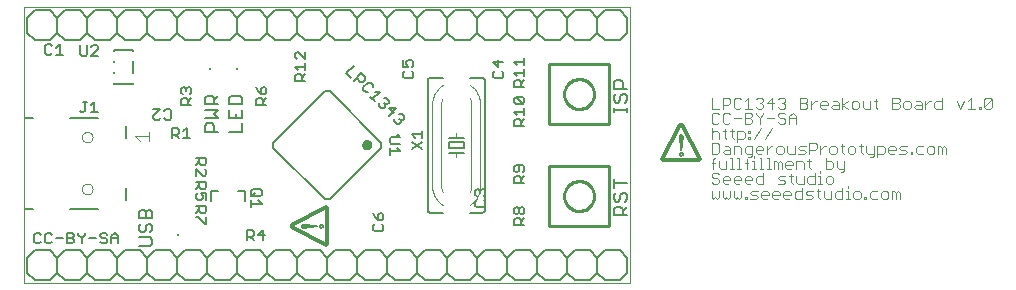
<source format=gto>
G75*
G70*
%OFA0B0*%
%FSLAX24Y24*%
%IPPOS*%
%LPD*%
%AMOC8*
5,1,8,0,0,1.08239X$1,22.5*
%
%ADD10C,0.0000*%
%ADD11C,0.0050*%
%ADD12R,0.0079X0.0079*%
%ADD13C,0.0080*%
%ADD14C,0.0086*%
%ADD15C,0.0060*%
%ADD16C,0.0079*%
%ADD17C,0.0157*%
%ADD18C,0.0020*%
%ADD19C,0.0040*%
%ADD20C,0.0120*%
%ADD21C,0.0030*%
D10*
X000350Y000158D02*
X000350Y009358D01*
X020550Y009358D01*
X020550Y000158D01*
X000350Y000158D01*
X002273Y003292D02*
X002275Y003318D01*
X002281Y003344D01*
X002291Y003369D01*
X002304Y003392D01*
X002320Y003412D01*
X002340Y003430D01*
X002362Y003445D01*
X002385Y003457D01*
X002411Y003465D01*
X002437Y003469D01*
X002463Y003469D01*
X002489Y003465D01*
X002515Y003457D01*
X002539Y003445D01*
X002560Y003430D01*
X002580Y003412D01*
X002596Y003392D01*
X002609Y003369D01*
X002619Y003344D01*
X002625Y003318D01*
X002627Y003292D01*
X002625Y003266D01*
X002619Y003240D01*
X002609Y003215D01*
X002596Y003192D01*
X002580Y003172D01*
X002560Y003154D01*
X002538Y003139D01*
X002515Y003127D01*
X002489Y003119D01*
X002463Y003115D01*
X002437Y003115D01*
X002411Y003119D01*
X002385Y003127D01*
X002361Y003139D01*
X002340Y003154D01*
X002320Y003172D01*
X002304Y003192D01*
X002291Y003215D01*
X002281Y003240D01*
X002275Y003266D01*
X002273Y003292D01*
X002273Y005024D02*
X002275Y005050D01*
X002281Y005076D01*
X002291Y005101D01*
X002304Y005124D01*
X002320Y005144D01*
X002340Y005162D01*
X002362Y005177D01*
X002385Y005189D01*
X002411Y005197D01*
X002437Y005201D01*
X002463Y005201D01*
X002489Y005197D01*
X002515Y005189D01*
X002539Y005177D01*
X002560Y005162D01*
X002580Y005144D01*
X002596Y005124D01*
X002609Y005101D01*
X002619Y005076D01*
X002625Y005050D01*
X002627Y005024D01*
X002625Y004998D01*
X002619Y004972D01*
X002609Y004947D01*
X002596Y004924D01*
X002580Y004904D01*
X002560Y004886D01*
X002538Y004871D01*
X002515Y004859D01*
X002489Y004851D01*
X002463Y004847D01*
X002437Y004847D01*
X002411Y004851D01*
X002385Y004859D01*
X002361Y004871D01*
X002340Y004886D01*
X002320Y004904D01*
X002304Y004924D01*
X002291Y004947D01*
X002281Y004972D01*
X002275Y004998D01*
X002273Y005024D01*
D11*
X003749Y005005D02*
X003749Y005398D01*
X004653Y005657D02*
X004711Y005599D01*
X004828Y005599D01*
X004886Y005657D01*
X005021Y005657D02*
X005079Y005599D01*
X005196Y005599D01*
X005255Y005657D01*
X005255Y005891D01*
X005196Y005949D01*
X005079Y005949D01*
X005021Y005891D01*
X004886Y005949D02*
X004653Y005716D01*
X004653Y005657D01*
X004653Y005949D02*
X004886Y005949D01*
X005574Y006083D02*
X005574Y006258D01*
X005633Y006317D01*
X005749Y006317D01*
X005808Y006258D01*
X005808Y006083D01*
X005925Y006083D02*
X005574Y006083D01*
X005808Y006200D02*
X005925Y006317D01*
X005866Y006451D02*
X005925Y006510D01*
X005925Y006627D01*
X005866Y006685D01*
X005808Y006685D01*
X005749Y006627D01*
X005749Y006568D01*
X005749Y006627D02*
X005691Y006685D01*
X005633Y006685D01*
X005574Y006627D01*
X005574Y006510D01*
X005633Y006451D01*
X008074Y006258D02*
X008074Y006083D01*
X008425Y006083D01*
X008308Y006083D02*
X008308Y006258D01*
X008249Y006317D01*
X008133Y006317D01*
X008074Y006258D01*
X008308Y006200D02*
X008425Y006317D01*
X008366Y006451D02*
X008425Y006510D01*
X008425Y006627D01*
X008366Y006685D01*
X008308Y006685D01*
X008249Y006627D01*
X008249Y006451D01*
X008366Y006451D01*
X008249Y006451D02*
X008133Y006568D01*
X008074Y006685D01*
X009374Y006883D02*
X009374Y007058D01*
X009433Y007117D01*
X009549Y007117D01*
X009608Y007058D01*
X009608Y006883D01*
X009725Y006883D02*
X009374Y006883D01*
X009608Y007000D02*
X009725Y007117D01*
X009725Y007251D02*
X009725Y007485D01*
X009725Y007368D02*
X009374Y007368D01*
X009491Y007251D01*
X009433Y007620D02*
X009374Y007678D01*
X009374Y007795D01*
X009433Y007853D01*
X009491Y007853D01*
X009725Y007620D01*
X009725Y007853D01*
X011085Y007158D02*
X011333Y007406D01*
X011085Y007158D02*
X011250Y006993D01*
X011345Y006898D02*
X011593Y007145D01*
X011717Y007021D01*
X011717Y006939D01*
X011634Y006856D01*
X011552Y006856D01*
X011428Y006980D01*
X011647Y006678D02*
X011812Y006844D01*
X011895Y006844D01*
X011977Y006761D01*
X011977Y006679D01*
X011730Y006513D02*
X011647Y006596D01*
X011647Y006678D01*
X011730Y006513D02*
X011812Y006513D01*
X011866Y006377D02*
X012031Y006212D01*
X011949Y006294D02*
X012196Y006542D01*
X012031Y006542D01*
X012333Y006323D02*
X012415Y006323D01*
X012498Y006240D01*
X012498Y006158D01*
X012457Y006116D01*
X012374Y006116D01*
X012374Y006034D01*
X012333Y005993D01*
X012250Y005993D01*
X012168Y006075D01*
X012168Y006158D01*
X012333Y006158D02*
X012374Y006116D01*
X012511Y005980D02*
X012676Y005815D01*
X012854Y005802D02*
X012936Y005802D01*
X013019Y005719D01*
X013019Y005637D01*
X012978Y005596D01*
X012895Y005596D01*
X012895Y005513D01*
X012854Y005472D01*
X012771Y005472D01*
X012689Y005554D01*
X012689Y005637D01*
X012854Y005637D02*
X012895Y005596D01*
X012511Y005732D02*
X012758Y005980D01*
X012511Y005980D01*
X013625Y005235D02*
X013625Y005001D01*
X013625Y005118D02*
X013274Y005118D01*
X013391Y005001D01*
X013274Y004867D02*
X013625Y004633D01*
X013625Y004867D02*
X013274Y004633D01*
X012877Y004545D02*
X012527Y004545D01*
X012527Y004661D02*
X012527Y004428D01*
X012761Y004661D02*
X012877Y004545D01*
X012877Y004796D02*
X012585Y004796D01*
X012527Y004855D01*
X012527Y004971D01*
X012585Y005030D01*
X012877Y005030D01*
X016674Y005383D02*
X016674Y005558D01*
X016733Y005617D01*
X016849Y005617D01*
X016908Y005558D01*
X016908Y005383D01*
X017025Y005383D02*
X016674Y005383D01*
X016908Y005500D02*
X017025Y005617D01*
X017025Y005751D02*
X017025Y005985D01*
X017025Y005868D02*
X016674Y005868D01*
X016791Y005751D01*
X016733Y006120D02*
X016674Y006178D01*
X016674Y006295D01*
X016733Y006353D01*
X016966Y006120D01*
X017025Y006178D01*
X017025Y006295D01*
X016966Y006353D01*
X016733Y006353D01*
X016733Y006120D02*
X016966Y006120D01*
X016908Y006683D02*
X016908Y006858D01*
X016849Y006917D01*
X016733Y006917D01*
X016674Y006858D01*
X016674Y006683D01*
X017025Y006683D01*
X016908Y006800D02*
X017025Y006917D01*
X017025Y007051D02*
X017025Y007285D01*
X017025Y007168D02*
X016674Y007168D01*
X016791Y007051D01*
X016325Y007041D02*
X016266Y006983D01*
X016033Y006983D01*
X015974Y007041D01*
X015974Y007158D01*
X016033Y007217D01*
X016266Y007217D02*
X016325Y007158D01*
X016325Y007041D01*
X016149Y007351D02*
X016149Y007585D01*
X015974Y007527D02*
X016149Y007351D01*
X016325Y007527D02*
X015974Y007527D01*
X016674Y007536D02*
X016791Y007420D01*
X016674Y007536D02*
X017025Y007536D01*
X017025Y007420D02*
X017025Y007653D01*
X013325Y007527D02*
X013325Y007410D01*
X013266Y007351D01*
X013149Y007351D02*
X013091Y007468D01*
X013091Y007527D01*
X013149Y007585D01*
X013266Y007585D01*
X013325Y007527D01*
X012974Y007585D02*
X012974Y007351D01*
X013149Y007351D01*
X013033Y007217D02*
X012974Y007158D01*
X012974Y007041D01*
X013033Y006983D01*
X013266Y006983D01*
X013325Y007041D01*
X013325Y007158D01*
X013266Y007217D01*
X005876Y004983D02*
X005643Y004983D01*
X005760Y004983D02*
X005760Y005333D01*
X005643Y005217D01*
X005508Y005275D02*
X005508Y005158D01*
X005450Y005100D01*
X005275Y005100D01*
X005391Y005100D02*
X005508Y004983D01*
X005275Y004983D02*
X005275Y005333D01*
X005450Y005333D01*
X005508Y005275D01*
X002824Y005674D02*
X001879Y005674D01*
X002200Y005907D02*
X002258Y005848D01*
X002317Y005848D01*
X002375Y005907D01*
X002375Y006199D01*
X002317Y006199D02*
X002433Y006199D01*
X002568Y006082D02*
X002685Y006199D01*
X002685Y005848D01*
X002568Y005848D02*
X002802Y005848D01*
X000658Y005674D02*
X000383Y005674D01*
X006075Y004333D02*
X006425Y004333D01*
X006425Y004158D01*
X006366Y004100D01*
X006250Y004100D01*
X006191Y004158D01*
X006191Y004333D01*
X006191Y004216D02*
X006075Y004100D01*
X006075Y003965D02*
X006308Y003731D01*
X006366Y003731D01*
X006425Y003790D01*
X006425Y003906D01*
X006366Y003965D01*
X006075Y003965D02*
X006075Y003731D01*
X006075Y003533D02*
X006425Y003533D01*
X006425Y003358D01*
X006366Y003300D01*
X006250Y003300D01*
X006191Y003358D01*
X006191Y003533D01*
X006191Y003416D02*
X006075Y003300D01*
X006133Y003165D02*
X006075Y003106D01*
X006075Y002990D01*
X006133Y002931D01*
X006250Y002931D01*
X006308Y002990D01*
X006308Y003048D01*
X006250Y003165D01*
X006425Y003165D01*
X006425Y002931D01*
X006425Y002733D02*
X006075Y002733D01*
X006191Y002733D02*
X006191Y002558D01*
X006250Y002500D01*
X006366Y002500D01*
X006425Y002558D01*
X006425Y002733D01*
X006191Y002616D02*
X006075Y002500D01*
X006075Y002365D02*
X006133Y002365D01*
X006366Y002131D01*
X006425Y002131D01*
X006425Y002365D01*
X007775Y001933D02*
X007950Y001933D01*
X008008Y001875D01*
X008008Y001758D01*
X007950Y001700D01*
X007775Y001700D01*
X007891Y001700D02*
X008008Y001583D01*
X007775Y001583D02*
X007775Y001933D01*
X008143Y001758D02*
X008376Y001758D01*
X008318Y001933D02*
X008143Y001758D01*
X008318Y001583D02*
X008318Y001933D01*
X009659Y002009D02*
X009659Y002107D01*
X010102Y002058D01*
X009659Y002009D01*
X009659Y002040D02*
X009936Y002040D01*
X009831Y002088D02*
X009659Y002088D01*
X009659Y002107D02*
X009646Y002105D01*
X009635Y002100D01*
X009624Y002093D01*
X009617Y002082D01*
X009612Y002071D01*
X009610Y002058D01*
X009612Y002045D01*
X009617Y002033D01*
X009624Y002023D01*
X009635Y002016D01*
X009646Y002011D01*
X009659Y002009D01*
X010201Y002058D02*
X010203Y002071D01*
X010208Y002083D01*
X010217Y002094D01*
X010227Y002102D01*
X010240Y002106D01*
X010253Y002107D01*
X010266Y002104D01*
X010278Y002098D01*
X010288Y002089D01*
X010295Y002078D01*
X010299Y002065D01*
X010299Y002051D01*
X010295Y002038D01*
X010288Y002027D01*
X010278Y002018D01*
X010266Y002012D01*
X010253Y002009D01*
X010240Y002010D01*
X010227Y002014D01*
X010217Y002022D01*
X010208Y002033D01*
X010203Y002045D01*
X010201Y002058D01*
X011974Y002058D02*
X011974Y001941D01*
X012033Y001883D01*
X012266Y001883D01*
X012325Y001941D01*
X012325Y002058D01*
X012266Y002117D01*
X012266Y002251D02*
X012149Y002251D01*
X012149Y002427D01*
X012208Y002485D01*
X012266Y002485D01*
X012325Y002427D01*
X012325Y002310D01*
X012266Y002251D01*
X012149Y002251D02*
X012033Y002368D01*
X011974Y002485D01*
X012033Y002117D02*
X011974Y002058D01*
X015374Y002741D02*
X015433Y002683D01*
X015666Y002683D01*
X015725Y002741D01*
X015725Y002858D01*
X015666Y002917D01*
X015433Y002917D02*
X015374Y002858D01*
X015374Y002741D01*
X015433Y003051D02*
X015374Y003110D01*
X015374Y003227D01*
X015433Y003285D01*
X015491Y003285D01*
X015549Y003227D01*
X015608Y003285D01*
X015666Y003285D01*
X015725Y003227D01*
X015725Y003110D01*
X015666Y003051D01*
X015549Y003168D02*
X015549Y003227D01*
X016674Y003483D02*
X016674Y003658D01*
X016733Y003717D01*
X016849Y003717D01*
X016908Y003658D01*
X016908Y003483D01*
X017025Y003483D02*
X016674Y003483D01*
X016908Y003600D02*
X017025Y003717D01*
X016966Y003851D02*
X017025Y003910D01*
X017025Y004027D01*
X016966Y004085D01*
X016733Y004085D01*
X016674Y004027D01*
X016674Y003910D01*
X016733Y003851D01*
X016791Y003851D01*
X016849Y003910D01*
X016849Y004085D01*
X016791Y002685D02*
X016849Y002627D01*
X016849Y002510D01*
X016791Y002451D01*
X016733Y002451D01*
X016674Y002510D01*
X016674Y002627D01*
X016733Y002685D01*
X016791Y002685D01*
X016849Y002627D02*
X016908Y002685D01*
X016966Y002685D01*
X017025Y002627D01*
X017025Y002510D01*
X016966Y002451D01*
X016908Y002451D01*
X016849Y002510D01*
X016849Y002317D02*
X016908Y002258D01*
X016908Y002083D01*
X017025Y002083D02*
X016674Y002083D01*
X016674Y002258D01*
X016733Y002317D01*
X016849Y002317D01*
X016908Y002200D02*
X017025Y002317D01*
X022201Y004458D02*
X022203Y004471D01*
X022208Y004483D01*
X022217Y004494D01*
X022227Y004502D01*
X022240Y004506D01*
X022253Y004507D01*
X022266Y004504D01*
X022278Y004498D01*
X022288Y004489D01*
X022295Y004478D01*
X022299Y004465D01*
X022299Y004451D01*
X022295Y004438D01*
X022288Y004427D01*
X022278Y004418D01*
X022266Y004412D01*
X022253Y004409D01*
X022240Y004410D01*
X022227Y004414D01*
X022217Y004422D01*
X022208Y004433D01*
X022203Y004445D01*
X022201Y004458D01*
X022250Y004606D02*
X022299Y005049D01*
X022200Y005049D01*
X022250Y004606D01*
X022249Y004612D02*
X022250Y004612D01*
X022244Y004661D02*
X022256Y004661D01*
X022261Y004710D02*
X022238Y004710D01*
X022233Y004758D02*
X022267Y004758D01*
X022272Y004807D02*
X022227Y004807D01*
X022222Y004855D02*
X022277Y004855D01*
X022283Y004904D02*
X022217Y004904D01*
X022211Y004952D02*
X022288Y004952D01*
X022294Y005001D02*
X022206Y005001D01*
X022201Y005049D02*
X022203Y005062D01*
X022208Y005073D01*
X022215Y005084D01*
X022226Y005091D01*
X022237Y005096D01*
X022250Y005098D01*
X022263Y005096D01*
X022275Y005091D01*
X022285Y005084D01*
X022292Y005073D01*
X022297Y005062D01*
X022299Y005049D01*
X008275Y003225D02*
X008275Y003108D01*
X008216Y003050D01*
X007983Y003050D01*
X007925Y003108D01*
X007925Y003225D01*
X007983Y003283D01*
X008216Y003283D01*
X008275Y003225D01*
X008041Y003166D02*
X007925Y003050D01*
X007925Y002915D02*
X007925Y002681D01*
X007925Y002798D02*
X008275Y002798D01*
X008158Y002915D01*
X003749Y002918D02*
X003749Y003312D01*
X002824Y002642D02*
X001879Y002642D01*
X000658Y002642D02*
X000383Y002642D01*
X000733Y001833D02*
X000675Y001775D01*
X000675Y001541D01*
X000733Y001483D01*
X000850Y001483D01*
X000908Y001541D01*
X001043Y001541D02*
X001101Y001483D01*
X001218Y001483D01*
X001276Y001541D01*
X001411Y001658D02*
X001645Y001658D01*
X001780Y001658D02*
X001955Y001658D01*
X002013Y001600D01*
X002013Y001541D01*
X001955Y001483D01*
X001780Y001483D01*
X001780Y001833D01*
X001955Y001833D01*
X002013Y001775D01*
X002013Y001717D01*
X001955Y001658D01*
X002148Y001775D02*
X002265Y001658D01*
X002265Y001483D01*
X002265Y001658D02*
X002381Y001775D01*
X002381Y001833D01*
X002148Y001833D02*
X002148Y001775D01*
X002516Y001658D02*
X002750Y001658D01*
X002884Y001717D02*
X002943Y001658D01*
X003060Y001658D01*
X003118Y001600D01*
X003118Y001541D01*
X003060Y001483D01*
X002943Y001483D01*
X002884Y001541D01*
X003253Y001483D02*
X003253Y001717D01*
X003369Y001833D01*
X003486Y001717D01*
X003486Y001483D01*
X003486Y001658D02*
X003253Y001658D01*
X003118Y001775D02*
X003060Y001833D01*
X002943Y001833D01*
X002884Y001775D01*
X002884Y001717D01*
X001276Y001775D02*
X001218Y001833D01*
X001101Y001833D01*
X001043Y001775D01*
X001043Y001541D01*
X000908Y001775D02*
X000850Y001833D01*
X000733Y001833D01*
X001103Y007767D02*
X001220Y007767D01*
X001278Y007825D01*
X001413Y007767D02*
X001646Y007767D01*
X001530Y007767D02*
X001530Y008117D01*
X001413Y008000D01*
X001278Y008059D02*
X001220Y008117D01*
X001103Y008117D01*
X001045Y008059D01*
X001045Y007825D01*
X001103Y007767D01*
X002225Y007791D02*
X002283Y007733D01*
X002400Y007733D01*
X002458Y007791D01*
X002458Y008083D01*
X002593Y008025D02*
X002651Y008083D01*
X002768Y008083D01*
X002826Y008025D01*
X002826Y007967D01*
X002593Y007733D01*
X002826Y007733D01*
X002225Y007791D02*
X002225Y008083D01*
D12*
X006550Y007297D03*
X007450Y007297D03*
X005489Y001758D03*
D13*
X004610Y001608D02*
X004610Y001468D01*
X004540Y001398D01*
X004189Y001398D01*
X004540Y001678D02*
X004610Y001608D01*
X004540Y001678D02*
X004189Y001678D01*
X004259Y001858D02*
X004329Y001858D01*
X004399Y001929D01*
X004399Y002069D01*
X004469Y002139D01*
X004540Y002139D01*
X004610Y002069D01*
X004610Y001929D01*
X004540Y001858D01*
X004259Y001858D02*
X004189Y001929D01*
X004189Y002069D01*
X004259Y002139D01*
X004189Y002319D02*
X004189Y002529D01*
X004259Y002599D01*
X004329Y002599D01*
X004399Y002529D01*
X004399Y002319D01*
X004189Y002319D02*
X004610Y002319D01*
X004610Y002529D01*
X004540Y002599D01*
X004469Y002599D01*
X004399Y002529D01*
X008640Y004675D02*
X010366Y002949D01*
X010533Y002949D01*
X012259Y004675D01*
X012259Y004842D01*
X010533Y006568D01*
X010366Y006568D01*
X008640Y004842D01*
X008640Y004675D01*
X007610Y005198D02*
X007189Y005198D01*
X007610Y005198D02*
X007610Y005478D01*
X007610Y005658D02*
X007189Y005658D01*
X007189Y005939D01*
X007610Y005939D02*
X007610Y005658D01*
X007399Y005658D02*
X007399Y005799D01*
X006810Y005939D02*
X006389Y005939D01*
X006669Y005799D02*
X006810Y005939D01*
X006810Y006119D02*
X006389Y006119D01*
X006389Y006329D01*
X006459Y006399D01*
X006599Y006399D01*
X006669Y006329D01*
X006669Y006119D01*
X006669Y006259D02*
X006810Y006399D01*
X007189Y006329D02*
X007189Y006119D01*
X007610Y006119D01*
X007610Y006329D01*
X007540Y006399D01*
X007259Y006399D01*
X007189Y006329D01*
X006669Y005799D02*
X006810Y005658D01*
X006389Y005658D01*
X006459Y005478D02*
X006599Y005478D01*
X006669Y005408D01*
X006669Y005198D01*
X006810Y005198D02*
X006389Y005198D01*
X006389Y005408D01*
X006459Y005478D01*
X020014Y005870D02*
X020014Y006011D01*
X020014Y005940D02*
X020435Y005940D01*
X020435Y005870D02*
X020435Y006011D01*
X020365Y006177D02*
X020435Y006247D01*
X020435Y006387D01*
X020365Y006458D01*
X020294Y006458D01*
X020224Y006387D01*
X020224Y006247D01*
X020154Y006177D01*
X020084Y006177D01*
X020014Y006247D01*
X020014Y006387D01*
X020084Y006458D01*
X020014Y006638D02*
X020014Y006848D01*
X020084Y006918D01*
X020224Y006918D01*
X020294Y006848D01*
X020294Y006638D01*
X020435Y006638D02*
X020014Y006638D01*
X020014Y003618D02*
X020014Y003338D01*
X020014Y003478D02*
X020435Y003478D01*
X020365Y003158D02*
X020294Y003158D01*
X020224Y003087D01*
X020224Y002947D01*
X020154Y002877D01*
X020084Y002877D01*
X020014Y002947D01*
X020014Y003087D01*
X020084Y003158D01*
X020365Y003158D02*
X020435Y003087D01*
X020435Y002947D01*
X020365Y002877D01*
X020435Y002697D02*
X020294Y002557D01*
X020294Y002627D02*
X020294Y002417D01*
X020435Y002417D02*
X020014Y002417D01*
X020014Y002627D01*
X020084Y002697D01*
X020224Y002697D01*
X020294Y002627D01*
D14*
X018350Y003058D02*
X018352Y003102D01*
X018358Y003146D01*
X018368Y003189D01*
X018381Y003231D01*
X018398Y003272D01*
X018419Y003311D01*
X018443Y003348D01*
X018470Y003383D01*
X018500Y003415D01*
X018533Y003445D01*
X018569Y003471D01*
X018606Y003495D01*
X018646Y003514D01*
X018687Y003531D01*
X018730Y003543D01*
X018773Y003552D01*
X018817Y003557D01*
X018861Y003558D01*
X018905Y003555D01*
X018949Y003548D01*
X018992Y003537D01*
X019034Y003523D01*
X019074Y003505D01*
X019113Y003483D01*
X019149Y003459D01*
X019183Y003431D01*
X019215Y003400D01*
X019244Y003366D01*
X019270Y003330D01*
X019292Y003292D01*
X019311Y003252D01*
X019326Y003210D01*
X019338Y003168D01*
X019346Y003124D01*
X019350Y003080D01*
X019350Y003036D01*
X019346Y002992D01*
X019338Y002948D01*
X019326Y002906D01*
X019311Y002864D01*
X019292Y002824D01*
X019270Y002786D01*
X019244Y002750D01*
X019215Y002716D01*
X019183Y002685D01*
X019149Y002657D01*
X019113Y002633D01*
X019074Y002611D01*
X019034Y002593D01*
X018992Y002579D01*
X018949Y002568D01*
X018905Y002561D01*
X018861Y002558D01*
X018817Y002559D01*
X018773Y002564D01*
X018730Y002573D01*
X018687Y002585D01*
X018646Y002602D01*
X018606Y002621D01*
X018569Y002645D01*
X018533Y002671D01*
X018500Y002701D01*
X018470Y002733D01*
X018443Y002768D01*
X018419Y002805D01*
X018398Y002844D01*
X018381Y002885D01*
X018368Y002927D01*
X018358Y002970D01*
X018352Y003014D01*
X018350Y003058D01*
X017850Y002058D02*
X017850Y004058D01*
X019850Y004058D01*
X019850Y002058D01*
X017850Y002058D01*
X017850Y005458D02*
X017850Y007458D01*
X019850Y007458D01*
X019850Y005458D01*
X017850Y005458D01*
X018350Y006458D02*
X018352Y006502D01*
X018358Y006546D01*
X018368Y006589D01*
X018381Y006631D01*
X018398Y006672D01*
X018419Y006711D01*
X018443Y006748D01*
X018470Y006783D01*
X018500Y006815D01*
X018533Y006845D01*
X018569Y006871D01*
X018606Y006895D01*
X018646Y006914D01*
X018687Y006931D01*
X018730Y006943D01*
X018773Y006952D01*
X018817Y006957D01*
X018861Y006958D01*
X018905Y006955D01*
X018949Y006948D01*
X018992Y006937D01*
X019034Y006923D01*
X019074Y006905D01*
X019113Y006883D01*
X019149Y006859D01*
X019183Y006831D01*
X019215Y006800D01*
X019244Y006766D01*
X019270Y006730D01*
X019292Y006692D01*
X019311Y006652D01*
X019326Y006610D01*
X019338Y006568D01*
X019346Y006524D01*
X019350Y006480D01*
X019350Y006436D01*
X019346Y006392D01*
X019338Y006348D01*
X019326Y006306D01*
X019311Y006264D01*
X019292Y006224D01*
X019270Y006186D01*
X019244Y006150D01*
X019215Y006116D01*
X019183Y006085D01*
X019149Y006057D01*
X019113Y006033D01*
X019074Y006011D01*
X019034Y005993D01*
X018992Y005979D01*
X018949Y005968D01*
X018905Y005961D01*
X018861Y005958D01*
X018817Y005959D01*
X018773Y005964D01*
X018730Y005973D01*
X018687Y005985D01*
X018646Y006002D01*
X018606Y006021D01*
X018569Y006045D01*
X018533Y006071D01*
X018500Y006101D01*
X018470Y006133D01*
X018443Y006168D01*
X018419Y006205D01*
X018398Y006244D01*
X018381Y006285D01*
X018368Y006327D01*
X018358Y006370D01*
X018352Y006414D01*
X018350Y006458D01*
D15*
X015700Y006908D02*
X015700Y002608D01*
X015698Y002591D01*
X015694Y002574D01*
X015687Y002558D01*
X015677Y002544D01*
X015664Y002531D01*
X015650Y002521D01*
X015634Y002514D01*
X015617Y002510D01*
X015600Y002508D01*
X015200Y002508D01*
X014300Y002508D02*
X013900Y002508D01*
X013883Y002510D01*
X013866Y002514D01*
X013850Y002521D01*
X013836Y002531D01*
X013823Y002544D01*
X013813Y002558D01*
X013806Y002574D01*
X013802Y002591D01*
X013800Y002608D01*
X013800Y006908D01*
X013802Y006925D01*
X013806Y006942D01*
X013813Y006958D01*
X013823Y006972D01*
X013836Y006985D01*
X013850Y006995D01*
X013866Y007002D01*
X013883Y007006D01*
X013900Y007008D01*
X014300Y007008D01*
X015200Y007008D02*
X015600Y007008D01*
X015617Y007006D01*
X015634Y007002D01*
X015650Y006995D01*
X015664Y006985D01*
X015677Y006972D01*
X015687Y006958D01*
X015694Y006942D01*
X015698Y006925D01*
X015700Y006908D01*
X015700Y008258D02*
X016200Y008258D01*
X016450Y008508D01*
X016700Y008258D01*
X017200Y008258D01*
X017450Y008508D01*
X017450Y009008D01*
X017200Y009258D01*
X016700Y009258D01*
X016450Y009008D01*
X016450Y008508D01*
X015700Y008258D02*
X015450Y008508D01*
X015200Y008258D01*
X014700Y008258D01*
X014450Y008508D01*
X014200Y008258D01*
X013700Y008258D01*
X013450Y008508D01*
X013200Y008258D01*
X012700Y008258D01*
X012450Y008508D01*
X012200Y008258D01*
X011700Y008258D01*
X011450Y008508D01*
X011200Y008258D01*
X010700Y008258D01*
X010450Y008508D01*
X010200Y008258D01*
X009700Y008258D01*
X009450Y008508D01*
X009200Y008258D01*
X008700Y008258D01*
X008450Y008508D01*
X008200Y008258D01*
X007700Y008258D01*
X007450Y008508D01*
X007200Y008258D01*
X006700Y008258D01*
X006450Y008508D01*
X006200Y008258D01*
X005700Y008258D01*
X005450Y008508D01*
X005200Y008258D01*
X004700Y008258D01*
X004450Y008508D01*
X004200Y008258D01*
X003700Y008258D01*
X003450Y008508D01*
X003200Y008258D01*
X002700Y008258D01*
X002450Y008508D01*
X002200Y008258D01*
X001700Y008258D01*
X001450Y008508D01*
X001200Y008258D01*
X000700Y008258D01*
X000450Y008508D01*
X000450Y009008D01*
X000700Y009258D01*
X001200Y009258D01*
X001450Y009008D01*
X001700Y009258D01*
X002200Y009258D01*
X002450Y009008D01*
X002450Y008508D01*
X001450Y008508D02*
X001450Y009008D01*
X002450Y009008D02*
X002700Y009258D01*
X003200Y009258D01*
X003450Y009008D01*
X003700Y009258D01*
X004200Y009258D01*
X004450Y009008D01*
X004700Y009258D01*
X005200Y009258D01*
X005450Y009008D01*
X005450Y008508D01*
X006450Y008508D02*
X006450Y009008D01*
X006700Y009258D01*
X007200Y009258D01*
X007450Y009008D01*
X007700Y009258D01*
X008200Y009258D01*
X008450Y009008D01*
X008450Y008508D01*
X009450Y008508D02*
X009450Y009008D01*
X009700Y009258D01*
X010200Y009258D01*
X010450Y009008D01*
X010700Y009258D01*
X011200Y009258D01*
X011450Y009008D01*
X011450Y008508D01*
X012450Y008508D02*
X012450Y009008D01*
X012700Y009258D01*
X013200Y009258D01*
X013450Y009008D01*
X013700Y009258D01*
X014200Y009258D01*
X014450Y009008D01*
X014450Y008508D01*
X015450Y008508D02*
X015450Y009008D01*
X015700Y009258D01*
X016200Y009258D01*
X016450Y009008D01*
X017450Y009008D02*
X017700Y009258D01*
X018200Y009258D01*
X018450Y009008D01*
X018700Y009258D01*
X019200Y009258D01*
X019450Y009008D01*
X019700Y009258D01*
X020200Y009258D01*
X020450Y009008D01*
X020450Y008508D01*
X020200Y008258D01*
X019700Y008258D01*
X019450Y008508D01*
X019200Y008258D01*
X018700Y008258D01*
X018450Y008508D01*
X018200Y008258D01*
X017700Y008258D01*
X017450Y008508D01*
X018450Y008508D02*
X018450Y009008D01*
X019450Y009008D02*
X019450Y008508D01*
X015450Y009008D02*
X015200Y009258D01*
X014700Y009258D01*
X014450Y009008D01*
X013450Y009008D02*
X013450Y008508D01*
X012450Y009008D02*
X012200Y009258D01*
X011700Y009258D01*
X011450Y009008D01*
X010450Y009008D02*
X010450Y008508D01*
X009450Y009008D02*
X009200Y009258D01*
X008700Y009258D01*
X008450Y009008D01*
X007450Y009008D02*
X007450Y008508D01*
X006450Y009008D02*
X006200Y009258D01*
X005700Y009258D01*
X005450Y009008D01*
X004450Y009008D02*
X004450Y008508D01*
X003450Y008508D02*
X003450Y009008D01*
X003331Y007918D02*
X003331Y007881D01*
X003331Y007918D02*
X003969Y007918D01*
X003969Y007881D01*
X003969Y007564D02*
X003969Y007153D01*
X003331Y007153D02*
X003331Y007190D01*
X003331Y007527D02*
X003331Y007564D01*
X003331Y006835D02*
X003331Y006798D01*
X003969Y006798D01*
X003969Y006835D01*
X014500Y005008D02*
X014750Y005008D01*
X015000Y005008D01*
X015000Y004858D02*
X014500Y004858D01*
X014500Y004658D01*
X015000Y004658D01*
X015000Y004858D01*
X015000Y004508D02*
X014750Y004508D01*
X014500Y004508D01*
X007710Y003218D02*
X007710Y002898D01*
X007710Y003218D02*
X007490Y003218D01*
X006810Y003218D02*
X006590Y003218D01*
X006590Y002898D01*
X006700Y001258D02*
X006450Y001008D01*
X006450Y000508D01*
X006700Y000258D01*
X007200Y000258D01*
X007450Y000508D01*
X007700Y000258D01*
X008200Y000258D01*
X008450Y000508D01*
X008450Y001008D01*
X008200Y001258D01*
X007700Y001258D01*
X007450Y001008D01*
X007450Y000508D01*
X006450Y000508D02*
X006200Y000258D01*
X005700Y000258D01*
X005450Y000508D01*
X005200Y000258D01*
X004700Y000258D01*
X004450Y000508D01*
X004200Y000258D01*
X003700Y000258D01*
X003450Y000508D01*
X003200Y000258D01*
X002700Y000258D01*
X002450Y000508D01*
X002200Y000258D01*
X001700Y000258D01*
X001450Y000508D01*
X001200Y000258D01*
X000700Y000258D01*
X000450Y000508D01*
X000450Y001008D01*
X000700Y001258D01*
X001200Y001258D01*
X001450Y001008D01*
X001700Y001258D01*
X002200Y001258D01*
X002450Y001008D01*
X002450Y000508D01*
X001450Y000508D02*
X001450Y001008D01*
X002450Y001008D02*
X002700Y001258D01*
X003200Y001258D01*
X003450Y001008D01*
X003700Y001258D01*
X004200Y001258D01*
X004450Y001008D01*
X004700Y001258D01*
X005200Y001258D01*
X005450Y001008D01*
X005450Y000508D01*
X004450Y000508D02*
X004450Y001008D01*
X005450Y001008D02*
X005700Y001258D01*
X006200Y001258D01*
X006450Y001008D01*
X006700Y001258D02*
X007200Y001258D01*
X007450Y001008D01*
X008450Y001008D02*
X008700Y001258D01*
X009200Y001258D01*
X009450Y001008D01*
X009700Y001258D01*
X010200Y001258D01*
X010450Y001008D01*
X010700Y001258D01*
X011200Y001258D01*
X011450Y001008D01*
X011450Y000508D01*
X011200Y000258D01*
X010700Y000258D01*
X010450Y000508D01*
X010200Y000258D01*
X009700Y000258D01*
X009450Y000508D01*
X009200Y000258D01*
X008700Y000258D01*
X008450Y000508D01*
X009450Y000508D02*
X009450Y001008D01*
X010450Y001008D02*
X010450Y000508D01*
X011450Y000508D02*
X011700Y000258D01*
X012200Y000258D01*
X012450Y000508D01*
X012700Y000258D01*
X013200Y000258D01*
X013450Y000508D01*
X013700Y000258D01*
X014200Y000258D01*
X014450Y000508D01*
X014450Y001008D01*
X014200Y001258D01*
X013700Y001258D01*
X013450Y001008D01*
X013450Y000508D01*
X014450Y000508D02*
X014700Y000258D01*
X015200Y000258D01*
X015450Y000508D01*
X015700Y000258D01*
X016200Y000258D01*
X016450Y000508D01*
X016700Y000258D01*
X017200Y000258D01*
X017450Y000508D01*
X017450Y001008D01*
X017200Y001258D01*
X016700Y001258D01*
X016450Y001008D01*
X016450Y000508D01*
X017450Y000508D02*
X017700Y000258D01*
X018200Y000258D01*
X018450Y000508D01*
X018700Y000258D01*
X019200Y000258D01*
X019450Y000508D01*
X019700Y000258D01*
X020200Y000258D01*
X020450Y000508D01*
X020450Y001008D01*
X020200Y001258D01*
X019700Y001258D01*
X019450Y001008D01*
X019450Y000508D01*
X018450Y000508D02*
X018450Y001008D01*
X018700Y001258D01*
X019200Y001258D01*
X019450Y001008D01*
X018450Y001008D02*
X018200Y001258D01*
X017700Y001258D01*
X017450Y001008D01*
X016450Y001008D02*
X016200Y001258D01*
X015700Y001258D01*
X015450Y001008D01*
X015450Y000508D01*
X015450Y001008D02*
X015200Y001258D01*
X014700Y001258D01*
X014450Y001008D01*
X013450Y001008D02*
X013200Y001258D01*
X012700Y001258D01*
X012450Y001008D01*
X012450Y000508D01*
X012450Y001008D02*
X012200Y001258D01*
X011700Y001258D01*
X011450Y001008D01*
X003450Y001008D02*
X003450Y000508D01*
D16*
X012778Y005063D02*
X012780Y005075D01*
X012785Y005086D01*
X012794Y005095D01*
X012805Y005100D01*
X012817Y005102D01*
X012829Y005100D01*
X012840Y005095D01*
X012849Y005086D01*
X012854Y005075D01*
X012856Y005063D01*
X012854Y005051D01*
X012849Y005040D01*
X012840Y005031D01*
X012829Y005026D01*
X012817Y005024D01*
X012805Y005026D01*
X012794Y005031D01*
X012785Y005040D01*
X012780Y005051D01*
X012778Y005063D01*
D17*
X011693Y004772D02*
X011695Y004790D01*
X011701Y004806D01*
X011710Y004821D01*
X011723Y004834D01*
X011738Y004843D01*
X011754Y004849D01*
X011772Y004851D01*
X011790Y004849D01*
X011806Y004843D01*
X011821Y004834D01*
X011834Y004821D01*
X011843Y004806D01*
X011849Y004790D01*
X011851Y004772D01*
X011849Y004754D01*
X011843Y004738D01*
X011834Y004723D01*
X011821Y004710D01*
X011806Y004701D01*
X011790Y004695D01*
X011772Y004693D01*
X011754Y004695D01*
X011738Y004701D01*
X011723Y004710D01*
X011710Y004723D01*
X011701Y004738D01*
X011695Y004754D01*
X011693Y004772D01*
D18*
X014750Y005008D02*
X014750Y005158D01*
X014750Y004508D02*
X014750Y004358D01*
X013950Y003408D02*
X013952Y003352D01*
X013958Y003297D01*
X013967Y003242D01*
X013981Y003188D01*
X013998Y003135D01*
X014019Y003084D01*
X014043Y003034D01*
X014071Y002986D01*
X014102Y002939D01*
X014136Y002895D01*
X014173Y002854D01*
X014213Y002815D01*
X014255Y002779D01*
X014300Y002747D01*
X014250Y003408D02*
X014250Y006108D01*
X013950Y006108D02*
X013950Y003408D01*
X014250Y003408D02*
X014251Y003370D01*
X014256Y003333D01*
X014263Y003296D01*
X014272Y003260D01*
X014285Y003224D01*
X014300Y003190D01*
X015200Y003190D02*
X015215Y003224D01*
X015228Y003260D01*
X015237Y003296D01*
X015244Y003333D01*
X015249Y003370D01*
X015250Y003408D01*
X015250Y006108D01*
X015550Y006108D02*
X015550Y003408D01*
X015548Y003352D01*
X015542Y003297D01*
X015533Y003242D01*
X015519Y003188D01*
X015502Y003135D01*
X015481Y003084D01*
X015457Y003034D01*
X015429Y002986D01*
X015398Y002939D01*
X015364Y002896D01*
X015327Y002854D01*
X015287Y002815D01*
X015245Y002779D01*
X015200Y002747D01*
X015550Y006108D02*
X015548Y006164D01*
X015542Y006219D01*
X015533Y006274D01*
X015519Y006328D01*
X015502Y006381D01*
X015481Y006432D01*
X015457Y006482D01*
X015429Y006530D01*
X015398Y006577D01*
X015364Y006621D01*
X015327Y006662D01*
X015287Y006701D01*
X015245Y006737D01*
X015200Y006769D01*
X014300Y006326D02*
X014285Y006292D01*
X014272Y006256D01*
X014263Y006220D01*
X014256Y006183D01*
X014251Y006146D01*
X014250Y006108D01*
X015200Y006326D02*
X015215Y006292D01*
X015228Y006256D01*
X015237Y006220D01*
X015244Y006183D01*
X015249Y006146D01*
X015250Y006108D01*
X014300Y006769D02*
X014255Y006737D01*
X014213Y006701D01*
X014173Y006662D01*
X014136Y006620D01*
X014102Y006577D01*
X014071Y006530D01*
X014043Y006482D01*
X014019Y006432D01*
X013998Y006381D01*
X013981Y006328D01*
X013967Y006274D01*
X013958Y006219D01*
X013952Y006164D01*
X013950Y006108D01*
D19*
X004504Y005206D02*
X004504Y004899D01*
X004198Y004899D02*
X004044Y005052D01*
X004504Y005052D01*
D20*
X009265Y002083D02*
X010397Y002698D01*
X010446Y002649D01*
X010446Y001468D01*
X010397Y001418D01*
X009265Y002034D01*
X009265Y002083D01*
X021610Y004310D02*
X021659Y004261D01*
X022840Y004261D01*
X022889Y004310D01*
X022274Y005442D01*
X022225Y005442D01*
X021610Y004310D01*
D21*
X023265Y004158D02*
X023388Y004158D01*
X023510Y004220D02*
X023510Y004035D01*
X023572Y003973D01*
X023757Y003973D01*
X023757Y004220D01*
X023878Y004343D02*
X023940Y004343D01*
X023940Y003973D01*
X023878Y003973D02*
X024002Y003973D01*
X024124Y003973D02*
X024247Y003973D01*
X024186Y003973D02*
X024186Y004343D01*
X024124Y004343D01*
X024431Y004282D02*
X024493Y004343D01*
X024493Y004350D02*
X024555Y004350D01*
X024616Y004411D01*
X024616Y004720D01*
X024431Y004720D01*
X024370Y004658D01*
X024370Y004535D01*
X024431Y004473D01*
X024616Y004473D01*
X024677Y004405D02*
X024677Y004343D01*
X024677Y004220D02*
X024677Y003973D01*
X024738Y003973D02*
X024615Y003973D01*
X024431Y003973D02*
X024431Y004282D01*
X024615Y004220D02*
X024677Y004220D01*
X024493Y004158D02*
X024369Y004158D01*
X024860Y003973D02*
X024984Y003973D01*
X024922Y003973D02*
X024922Y004343D01*
X024860Y004343D01*
X025106Y004343D02*
X025168Y004343D01*
X025168Y003973D01*
X025229Y003973D02*
X025106Y003973D01*
X024985Y003843D02*
X024985Y003473D01*
X024800Y003473D01*
X024738Y003535D01*
X024738Y003658D01*
X024800Y003720D01*
X024985Y003720D01*
X024616Y003658D02*
X024616Y003597D01*
X024370Y003597D01*
X024370Y003658D02*
X024370Y003535D01*
X024431Y003473D01*
X024555Y003473D01*
X024248Y003597D02*
X024001Y003597D01*
X024001Y003658D02*
X024001Y003535D01*
X024063Y003473D01*
X024186Y003473D01*
X024248Y003597D02*
X024248Y003658D01*
X024186Y003720D01*
X024063Y003720D01*
X024001Y003658D01*
X023880Y003658D02*
X023880Y003597D01*
X023633Y003597D01*
X023633Y003658D02*
X023633Y003535D01*
X023695Y003473D01*
X023818Y003473D01*
X023511Y003535D02*
X023450Y003473D01*
X023326Y003473D01*
X023265Y003535D01*
X023326Y003658D02*
X023450Y003658D01*
X023511Y003597D01*
X023511Y003535D01*
X023633Y003658D02*
X023695Y003720D01*
X023818Y003720D01*
X023880Y003658D01*
X023511Y003782D02*
X023450Y003843D01*
X023326Y003843D01*
X023265Y003782D01*
X023265Y003720D01*
X023326Y003658D01*
X023326Y003973D02*
X023326Y004282D01*
X023388Y004343D01*
X023450Y004473D02*
X023265Y004473D01*
X023265Y004843D01*
X023450Y004843D01*
X023511Y004782D01*
X023511Y004535D01*
X023450Y004473D01*
X023633Y004535D02*
X023695Y004597D01*
X023880Y004597D01*
X023880Y004658D02*
X023880Y004473D01*
X023695Y004473D01*
X023633Y004535D01*
X023818Y004720D02*
X023880Y004658D01*
X023818Y004720D02*
X023695Y004720D01*
X024001Y004720D02*
X024186Y004720D01*
X024248Y004658D01*
X024248Y004473D01*
X024001Y004473D02*
X024001Y004720D01*
X024124Y004850D02*
X024124Y005220D01*
X024309Y005220D01*
X024371Y005158D01*
X024371Y005035D01*
X024309Y004973D01*
X024124Y004973D01*
X024002Y004973D02*
X023940Y005035D01*
X023940Y005282D01*
X023878Y005220D02*
X024002Y005220D01*
X023756Y005220D02*
X023633Y005220D01*
X023695Y005282D02*
X023695Y005035D01*
X023756Y004973D01*
X023511Y004973D02*
X023511Y005158D01*
X023450Y005220D01*
X023326Y005220D01*
X023265Y005158D01*
X023265Y005343D02*
X023265Y004973D01*
X024492Y004973D02*
X024492Y005035D01*
X024554Y005035D01*
X024554Y004973D01*
X024492Y004973D01*
X024676Y004973D02*
X024923Y005343D01*
X024861Y005473D02*
X024861Y005658D01*
X024985Y005782D01*
X024985Y005843D01*
X024923Y005973D02*
X024800Y005973D01*
X024738Y006035D01*
X024616Y005973D02*
X024370Y005973D01*
X024493Y005973D02*
X024493Y006343D01*
X024370Y006220D01*
X024248Y006282D02*
X024186Y006343D01*
X024063Y006343D01*
X024001Y006282D01*
X024001Y006035D01*
X024063Y005973D01*
X024186Y005973D01*
X024248Y006035D01*
X023880Y006158D02*
X023818Y006097D01*
X023633Y006097D01*
X023880Y006158D02*
X023880Y006282D01*
X023818Y006343D01*
X023633Y006343D01*
X023633Y005973D01*
X023511Y005973D02*
X023265Y005973D01*
X023265Y006343D01*
X023326Y005843D02*
X023265Y005782D01*
X023265Y005535D01*
X023326Y005473D01*
X023450Y005473D01*
X023511Y005535D01*
X023633Y005535D02*
X023695Y005473D01*
X023818Y005473D01*
X023880Y005535D01*
X024001Y005658D02*
X024248Y005658D01*
X024370Y005658D02*
X024555Y005658D01*
X024616Y005597D01*
X024616Y005535D01*
X024555Y005473D01*
X024370Y005473D01*
X024370Y005843D01*
X024555Y005843D01*
X024616Y005782D01*
X024616Y005720D01*
X024555Y005658D01*
X024738Y005782D02*
X024861Y005658D01*
X024738Y005782D02*
X024738Y005843D01*
X024923Y005973D02*
X024985Y006035D01*
X024985Y006097D01*
X024923Y006158D01*
X024861Y006158D01*
X024923Y006158D02*
X024985Y006220D01*
X024985Y006282D01*
X024923Y006343D01*
X024800Y006343D01*
X024738Y006282D01*
X025106Y006158D02*
X025291Y006343D01*
X025291Y005973D01*
X025474Y006035D02*
X025536Y005973D01*
X025660Y005973D01*
X025721Y006035D01*
X025721Y006097D01*
X025660Y006158D01*
X025598Y006158D01*
X025660Y006158D02*
X025721Y006220D01*
X025721Y006282D01*
X025660Y006343D01*
X025536Y006343D01*
X025474Y006282D01*
X025353Y006158D02*
X025106Y006158D01*
X025474Y005782D02*
X025536Y005843D01*
X025660Y005843D01*
X025721Y005782D01*
X025843Y005720D02*
X025966Y005843D01*
X026090Y005720D01*
X026090Y005473D01*
X025843Y005473D02*
X025843Y005720D01*
X025843Y005658D02*
X026090Y005658D01*
X025721Y005597D02*
X025721Y005535D01*
X025660Y005473D01*
X025536Y005473D01*
X025474Y005535D01*
X025536Y005658D02*
X025660Y005658D01*
X025721Y005597D01*
X025536Y005658D02*
X025474Y005720D01*
X025474Y005782D01*
X025353Y005658D02*
X025106Y005658D01*
X025292Y005343D02*
X025045Y004973D01*
X024554Y005158D02*
X024492Y005158D01*
X024492Y005220D01*
X024554Y005220D01*
X024554Y005158D01*
X023633Y005535D02*
X023633Y005782D01*
X023695Y005843D01*
X023818Y005843D01*
X023880Y005782D01*
X023511Y005782D02*
X023450Y005843D01*
X023326Y005843D01*
X026211Y005973D02*
X026396Y005973D01*
X026458Y006035D01*
X026458Y006097D01*
X026396Y006158D01*
X026211Y006158D01*
X026396Y006158D02*
X026458Y006220D01*
X026458Y006282D01*
X026396Y006343D01*
X026211Y006343D01*
X026211Y005973D01*
X026579Y005973D02*
X026579Y006220D01*
X026579Y006097D02*
X026703Y006220D01*
X026765Y006220D01*
X026886Y006158D02*
X026948Y006220D01*
X027071Y006220D01*
X027133Y006158D01*
X027133Y006097D01*
X026886Y006097D01*
X026886Y006158D02*
X026886Y006035D01*
X026948Y005973D01*
X027071Y005973D01*
X027255Y006035D02*
X027316Y006097D01*
X027501Y006097D01*
X027501Y006158D02*
X027501Y005973D01*
X027316Y005973D01*
X027255Y006035D01*
X027440Y006220D02*
X027501Y006158D01*
X027440Y006220D02*
X027316Y006220D01*
X027623Y006343D02*
X027623Y005973D01*
X027623Y006097D02*
X027808Y005973D01*
X027930Y006035D02*
X027991Y005973D01*
X028115Y005973D01*
X028177Y006035D01*
X028177Y006158D01*
X028115Y006220D01*
X027991Y006220D01*
X027930Y006158D01*
X027930Y006035D01*
X027808Y006220D02*
X027623Y006097D01*
X028298Y006035D02*
X028360Y005973D01*
X028545Y005973D01*
X028545Y006220D01*
X028666Y006220D02*
X028790Y006220D01*
X028728Y006282D02*
X028728Y006035D01*
X028790Y005973D01*
X029280Y005973D02*
X029465Y005973D01*
X029527Y006035D01*
X029527Y006097D01*
X029465Y006158D01*
X029280Y006158D01*
X029465Y006158D02*
X029527Y006220D01*
X029527Y006282D01*
X029465Y006343D01*
X029280Y006343D01*
X029280Y005973D01*
X029649Y006035D02*
X029710Y005973D01*
X029834Y005973D01*
X029895Y006035D01*
X029895Y006158D01*
X029834Y006220D01*
X029710Y006220D01*
X029649Y006158D01*
X029649Y006035D01*
X030017Y006035D02*
X030079Y005973D01*
X030264Y005973D01*
X030264Y006158D01*
X030202Y006220D01*
X030079Y006220D01*
X030079Y006097D02*
X030264Y006097D01*
X030385Y006097D02*
X030509Y006220D01*
X030570Y006220D01*
X030692Y006158D02*
X030754Y006220D01*
X030939Y006220D01*
X030939Y006343D02*
X030939Y005973D01*
X030754Y005973D01*
X030692Y006035D01*
X030692Y006158D01*
X030385Y006220D02*
X030385Y005973D01*
X030079Y006097D02*
X030017Y006035D01*
X031429Y006220D02*
X031552Y005973D01*
X031675Y006220D01*
X031797Y006220D02*
X031920Y006343D01*
X031920Y005973D01*
X031797Y005973D02*
X032044Y005973D01*
X032165Y005973D02*
X032227Y005973D01*
X032227Y006035D01*
X032165Y006035D01*
X032165Y005973D01*
X032349Y006035D02*
X032411Y005973D01*
X032535Y005973D01*
X032596Y006035D01*
X032596Y006282D01*
X032349Y006035D01*
X032349Y006282D01*
X032411Y006343D01*
X032535Y006343D01*
X032596Y006282D01*
X028298Y006220D02*
X028298Y006035D01*
X028237Y004782D02*
X028237Y004535D01*
X028299Y004473D01*
X028421Y004535D02*
X028482Y004473D01*
X028668Y004473D01*
X028668Y004411D02*
X028606Y004350D01*
X028544Y004350D01*
X028668Y004411D02*
X028668Y004720D01*
X028789Y004720D02*
X028974Y004720D01*
X029036Y004658D01*
X029036Y004535D01*
X028974Y004473D01*
X028789Y004473D01*
X029157Y004535D02*
X029157Y004658D01*
X029219Y004720D01*
X029343Y004720D01*
X029404Y004658D01*
X029404Y004597D01*
X029157Y004597D01*
X029157Y004535D02*
X029219Y004473D01*
X029343Y004473D01*
X029526Y004473D02*
X029711Y004473D01*
X029773Y004535D01*
X029711Y004597D01*
X029587Y004597D01*
X029526Y004658D01*
X029587Y004720D01*
X029773Y004720D01*
X030078Y004658D02*
X030078Y004535D01*
X030140Y004473D01*
X030325Y004473D01*
X030446Y004535D02*
X030508Y004473D01*
X030632Y004473D01*
X030693Y004535D01*
X030693Y004658D01*
X030632Y004720D01*
X030508Y004720D01*
X030446Y004658D01*
X030446Y004535D01*
X030140Y004720D02*
X030078Y004658D01*
X030140Y004720D02*
X030325Y004720D01*
X030815Y004720D02*
X030876Y004720D01*
X030938Y004658D01*
X031000Y004720D01*
X031062Y004658D01*
X031062Y004473D01*
X030938Y004473D02*
X030938Y004658D01*
X030815Y004720D02*
X030815Y004473D01*
X029956Y004473D02*
X029894Y004473D01*
X029894Y004535D01*
X029956Y004535D01*
X029956Y004473D01*
X028789Y004350D02*
X028789Y004720D01*
X028421Y004720D02*
X028421Y004535D01*
X028054Y004535D02*
X028054Y004658D01*
X027992Y004720D01*
X027869Y004720D01*
X027807Y004658D01*
X027807Y004535D01*
X027869Y004473D01*
X027992Y004473D01*
X028054Y004535D01*
X027685Y004473D02*
X027623Y004535D01*
X027623Y004782D01*
X027561Y004720D02*
X027685Y004720D01*
X027440Y004658D02*
X027378Y004720D01*
X027255Y004720D01*
X027193Y004658D01*
X027193Y004535D01*
X027255Y004473D01*
X027378Y004473D01*
X027440Y004535D01*
X027440Y004658D01*
X027071Y004720D02*
X027010Y004720D01*
X026886Y004597D01*
X026886Y004720D02*
X026886Y004473D01*
X026703Y004597D02*
X026518Y004597D01*
X026518Y004473D02*
X026518Y004843D01*
X026703Y004843D01*
X026765Y004782D01*
X026765Y004658D01*
X026703Y004597D01*
X026396Y004535D02*
X026335Y004597D01*
X026211Y004597D01*
X026150Y004658D01*
X026211Y004720D01*
X026396Y004720D01*
X026028Y004720D02*
X026028Y004473D01*
X025843Y004473D01*
X025781Y004535D01*
X025781Y004720D01*
X025660Y004658D02*
X025598Y004720D01*
X025475Y004720D01*
X025413Y004658D01*
X025413Y004535D01*
X025475Y004473D01*
X025598Y004473D01*
X025660Y004535D01*
X025660Y004658D01*
X026150Y004473D02*
X026335Y004473D01*
X026396Y004535D01*
X026518Y004282D02*
X026518Y004035D01*
X026580Y003973D01*
X026703Y003843D02*
X026703Y003473D01*
X026518Y003473D01*
X026457Y003535D01*
X026457Y003658D01*
X026518Y003720D01*
X026703Y003720D01*
X026825Y003720D02*
X026887Y003720D01*
X026887Y003473D01*
X026948Y003473D02*
X026825Y003473D01*
X027070Y003535D02*
X027132Y003473D01*
X027256Y003473D01*
X027317Y003535D01*
X027317Y003658D01*
X027256Y003720D01*
X027132Y003720D01*
X027070Y003658D01*
X027070Y003535D01*
X027624Y003343D02*
X027624Y002973D01*
X027439Y002973D01*
X027377Y003035D01*
X027377Y003158D01*
X027439Y003220D01*
X027624Y003220D01*
X027746Y003220D02*
X027807Y003220D01*
X027807Y002973D01*
X027746Y002973D02*
X027869Y002973D01*
X027991Y003035D02*
X028053Y002973D01*
X028176Y002973D01*
X028238Y003035D01*
X028238Y003158D01*
X028176Y003220D01*
X028053Y003220D01*
X027991Y003158D01*
X027991Y003035D01*
X028359Y003035D02*
X028421Y003035D01*
X028421Y002973D01*
X028359Y002973D01*
X028359Y003035D01*
X028544Y003035D02*
X028605Y002973D01*
X028790Y002973D01*
X028912Y003035D02*
X028974Y002973D01*
X029097Y002973D01*
X029159Y003035D01*
X029159Y003158D01*
X029097Y003220D01*
X028974Y003220D01*
X028912Y003158D01*
X028912Y003035D01*
X028544Y003035D02*
X028544Y003158D01*
X028605Y003220D01*
X028790Y003220D01*
X029280Y003220D02*
X029342Y003220D01*
X029404Y003158D01*
X029465Y003220D01*
X029527Y003158D01*
X029527Y002973D01*
X029404Y002973D02*
X029404Y003158D01*
X029280Y003220D02*
X029280Y002973D01*
X027807Y003343D02*
X027807Y003405D01*
X027256Y003220D02*
X027256Y002973D01*
X027071Y002973D01*
X027009Y003035D01*
X027009Y003220D01*
X026887Y003220D02*
X026764Y003220D01*
X026825Y003282D02*
X026825Y003035D01*
X026887Y002973D01*
X026642Y003035D02*
X026580Y003097D01*
X026457Y003097D01*
X026395Y003158D01*
X026457Y003220D01*
X026642Y003220D01*
X026274Y003220D02*
X026089Y003220D01*
X026027Y003158D01*
X026027Y003035D01*
X026089Y002973D01*
X026274Y002973D01*
X026274Y003343D01*
X026335Y003473D02*
X026150Y003473D01*
X026088Y003535D01*
X026088Y003720D01*
X025966Y003720D02*
X025843Y003720D01*
X025904Y003782D02*
X025904Y003535D01*
X025966Y003473D01*
X025721Y003535D02*
X025660Y003597D01*
X025536Y003597D01*
X025474Y003658D01*
X025536Y003720D01*
X025721Y003720D01*
X025721Y003535D02*
X025660Y003473D01*
X025474Y003473D01*
X025475Y003220D02*
X025537Y003158D01*
X025537Y003097D01*
X025290Y003097D01*
X025290Y003158D02*
X025290Y003035D01*
X025352Y002973D01*
X025475Y002973D01*
X025659Y003035D02*
X025659Y003158D01*
X025720Y003220D01*
X025844Y003220D01*
X025905Y003158D01*
X025905Y003097D01*
X025659Y003097D01*
X025659Y003035D02*
X025720Y002973D01*
X025844Y002973D01*
X025475Y003220D02*
X025352Y003220D01*
X025290Y003158D01*
X025169Y003158D02*
X025169Y003097D01*
X024922Y003097D01*
X024922Y003158D02*
X024922Y003035D01*
X024984Y002973D01*
X025107Y002973D01*
X024801Y003035D02*
X024739Y003097D01*
X024615Y003097D01*
X024554Y003158D01*
X024615Y003220D01*
X024801Y003220D01*
X024922Y003158D02*
X024984Y003220D01*
X025107Y003220D01*
X025169Y003158D01*
X024801Y003035D02*
X024739Y002973D01*
X024554Y002973D01*
X024431Y002973D02*
X024370Y002973D01*
X024370Y003035D01*
X024431Y003035D01*
X024431Y002973D01*
X024248Y003035D02*
X024248Y003220D01*
X024001Y003220D02*
X024001Y003035D01*
X024063Y002973D01*
X024125Y003035D01*
X024186Y002973D01*
X024248Y003035D01*
X023880Y003035D02*
X023880Y003220D01*
X023633Y003220D02*
X023633Y003035D01*
X023695Y002973D01*
X023756Y003035D01*
X023818Y002973D01*
X023880Y003035D01*
X023511Y003035D02*
X023511Y003220D01*
X023265Y003220D02*
X023265Y003035D01*
X023326Y002973D01*
X023388Y003035D01*
X023450Y002973D01*
X023511Y003035D01*
X024370Y003658D02*
X024431Y003720D01*
X024555Y003720D01*
X024616Y003658D01*
X025351Y003973D02*
X025351Y004220D01*
X025413Y004220D01*
X025475Y004158D01*
X025537Y004220D01*
X025598Y004158D01*
X025598Y003973D01*
X025475Y003973D02*
X025475Y004158D01*
X025720Y004158D02*
X025720Y004035D01*
X025781Y003973D01*
X025905Y003973D01*
X026088Y003973D02*
X026088Y004220D01*
X026273Y004220D01*
X026335Y004158D01*
X026335Y003973D01*
X026335Y003720D02*
X026335Y003473D01*
X026887Y003843D02*
X026887Y003905D01*
X027070Y003973D02*
X027255Y003973D01*
X027317Y004035D01*
X027317Y004158D01*
X027255Y004220D01*
X027070Y004220D01*
X027070Y004343D02*
X027070Y003973D01*
X027439Y004035D02*
X027500Y003973D01*
X027685Y003973D01*
X027685Y003911D02*
X027624Y003850D01*
X027562Y003850D01*
X027685Y003911D02*
X027685Y004220D01*
X027439Y004220D02*
X027439Y004035D01*
X026580Y004220D02*
X026456Y004220D01*
X025967Y004158D02*
X025967Y004097D01*
X025720Y004097D01*
X025720Y004158D02*
X025781Y004220D01*
X025905Y004220D01*
X025967Y004158D01*
X025106Y004473D02*
X025106Y004720D01*
X025106Y004597D02*
X025230Y004720D01*
X025291Y004720D01*
X024985Y004658D02*
X024985Y004597D01*
X024738Y004597D01*
X024738Y004658D02*
X024800Y004720D01*
X024923Y004720D01*
X024985Y004658D01*
X024923Y004473D02*
X024800Y004473D01*
X024738Y004535D01*
X024738Y004658D01*
X028175Y004720D02*
X028299Y004720D01*
X026642Y003035D02*
X026580Y002973D01*
X026395Y002973D01*
M02*

</source>
